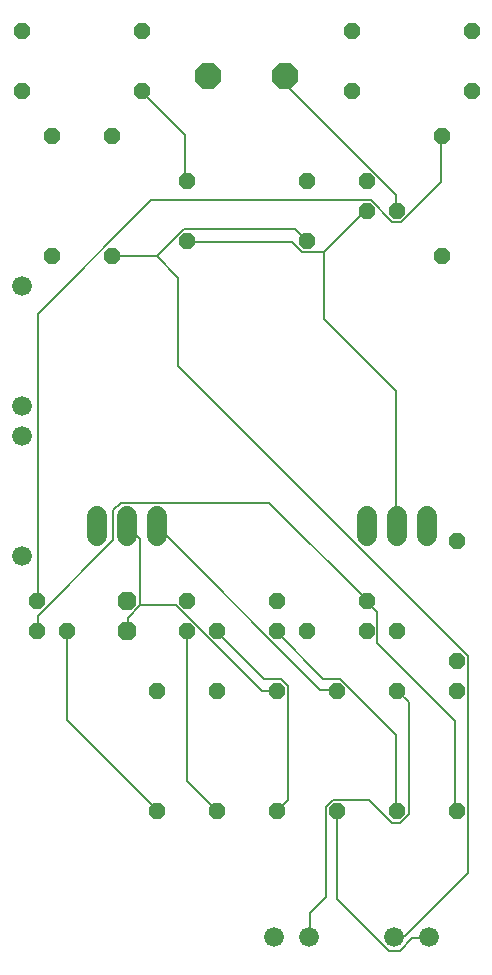
<source format=gbr>
G04 EAGLE Gerber RS-274X export*
G75*
%MOMM*%
%FSLAX34Y34*%
%LPD*%
%INBottom Copper*%
%IPPOS*%
%AMOC8*
5,1,8,0,0,1.08239X$1,22.5*%
G01*
%ADD10P,1.732040X8X112.500000*%
%ADD11C,1.676400*%
%ADD12P,2.336880X8X22.500000*%
%ADD13C,1.676400*%
%ADD14P,1.429621X8X112.500000*%
%ADD15P,1.429621X8X22.500000*%
%ADD16P,1.429621X8X292.500000*%
%ADD17C,0.152400*%


D10*
X127000Y292100D03*
X127000Y317500D03*
D11*
X38100Y584200D03*
X38100Y482600D03*
X38100Y457200D03*
X38100Y355600D03*
X251700Y33000D03*
X281700Y33000D03*
X353300Y33000D03*
X383300Y33000D03*
D12*
X261112Y762000D03*
X196088Y762000D03*
D13*
X330200Y389382D02*
X330200Y372618D01*
X355600Y372618D02*
X355600Y389382D01*
X381000Y389382D02*
X381000Y372618D01*
X101600Y372618D02*
X101600Y389382D01*
X127000Y389382D02*
X127000Y372618D01*
X152400Y372618D02*
X152400Y389382D01*
D14*
X355600Y139700D03*
X355600Y241300D03*
D15*
X38100Y800100D03*
X139700Y800100D03*
X38100Y749300D03*
X139700Y749300D03*
D14*
X406400Y139700D03*
X406400Y241300D03*
D16*
X393700Y711200D03*
X393700Y609600D03*
D14*
X254000Y139700D03*
X254000Y241300D03*
X304800Y139700D03*
X304800Y241300D03*
D15*
X317500Y749300D03*
X419100Y749300D03*
D14*
X63500Y609600D03*
X63500Y711200D03*
D16*
X114300Y711200D03*
X114300Y609600D03*
D14*
X203200Y139700D03*
X203200Y241300D03*
X406400Y266700D03*
X406400Y368300D03*
D15*
X177800Y673100D03*
X279400Y673100D03*
X177800Y622300D03*
X279400Y622300D03*
X317500Y800100D03*
X419100Y800100D03*
D14*
X152400Y139700D03*
X152400Y241300D03*
D16*
X254000Y317500D03*
X254000Y292100D03*
X279400Y292100D03*
X177800Y317500D03*
X177800Y292100D03*
X203200Y292100D03*
X330200Y317500D03*
X330200Y292100D03*
X355600Y292100D03*
X50800Y317500D03*
X50800Y292100D03*
X76200Y292100D03*
X330200Y673100D03*
X330200Y647700D03*
X355600Y647700D03*
D17*
X254000Y291084D02*
X293624Y251460D01*
X307848Y251460D01*
X355092Y204216D01*
X355092Y140208D01*
X254000Y291084D02*
X254000Y292100D01*
X355092Y140208D02*
X355600Y139700D01*
X281940Y53340D02*
X281940Y33528D01*
X281940Y53340D02*
X295656Y67056D01*
X295656Y143256D01*
X301752Y149352D01*
X332232Y149352D01*
X352044Y129540D01*
X358140Y129540D01*
X365760Y137160D01*
X365760Y231648D01*
X356616Y240792D01*
X281940Y33528D02*
X281700Y33000D01*
X356616Y240792D02*
X355600Y241300D01*
X177800Y292100D02*
X177800Y165100D01*
X203200Y139700D01*
X262128Y754380D02*
X262128Y762000D01*
X262128Y754380D02*
X355092Y661416D01*
X355092Y647700D01*
X262128Y762000D02*
X261112Y762000D01*
X355092Y647700D02*
X355600Y647700D01*
X266700Y621792D02*
X178308Y621792D01*
X266700Y621792D02*
X275844Y612648D01*
X294132Y612648D01*
X329184Y647700D01*
X178308Y621792D02*
X177800Y622300D01*
X329184Y647700D02*
X330200Y647700D01*
X355092Y495300D02*
X355092Y381000D01*
X355092Y495300D02*
X294132Y556260D01*
X294132Y612648D01*
X355092Y381000D02*
X355600Y381000D01*
X128016Y303276D02*
X128016Y292608D01*
X128016Y303276D02*
X138684Y313944D01*
X138684Y370332D01*
X128016Y381000D01*
X128016Y292608D02*
X127000Y292100D01*
X127000Y381000D02*
X128016Y381000D01*
X241300Y241300D02*
X254000Y241300D01*
X241300Y241300D02*
X168656Y313944D01*
X138684Y313944D01*
X176784Y673608D02*
X176784Y711708D01*
X140208Y748284D01*
X176784Y673608D02*
X177800Y673100D01*
X140208Y748284D02*
X139700Y749300D01*
X405384Y215900D02*
X405384Y140208D01*
X405384Y215900D02*
X339344Y281940D01*
X339344Y307848D01*
X330200Y316992D01*
X405384Y140208D02*
X406400Y139700D01*
X330200Y316992D02*
X330200Y317500D01*
X51816Y304800D02*
X51816Y292608D01*
X51816Y304800D02*
X115824Y368808D01*
X115824Y394716D01*
X121920Y400812D01*
X247904Y400812D01*
X330200Y318516D01*
X51816Y292608D02*
X50800Y292100D01*
X330200Y317500D02*
X330200Y318516D01*
X51816Y318516D02*
X51816Y560832D01*
X147828Y656844D01*
X333756Y656844D01*
X352044Y638556D01*
X359664Y638556D01*
X393192Y672084D01*
X393192Y710184D01*
X51816Y318516D02*
X50800Y317500D01*
X393192Y710184D02*
X393700Y711200D01*
X304800Y242316D02*
X291084Y242316D01*
X152400Y381000D01*
X304800Y242316D02*
X304800Y241300D01*
X76200Y216408D02*
X76200Y292100D01*
X76200Y216408D02*
X152400Y140208D01*
X152400Y139700D01*
X368808Y32004D02*
X382524Y32004D01*
X368808Y32004D02*
X358140Y21336D01*
X348996Y21336D01*
X304800Y65532D01*
X304800Y139700D01*
X383300Y33000D02*
X382524Y32004D01*
X243332Y251460D02*
X203708Y291084D01*
X243332Y251460D02*
X257556Y251460D01*
X263652Y245364D01*
X263652Y149352D01*
X254000Y139700D01*
X203708Y291084D02*
X203200Y292100D01*
X152400Y609600D02*
X114300Y609600D01*
X152400Y609600D02*
X175260Y632460D01*
X269748Y632460D01*
X278892Y623316D01*
X279400Y622300D01*
X353568Y33528D02*
X362712Y33528D01*
X416052Y86868D01*
X416052Y271272D01*
X170688Y516636D01*
X170688Y591312D01*
X152400Y609600D01*
X353568Y33528D02*
X353300Y33000D01*
M02*

</source>
